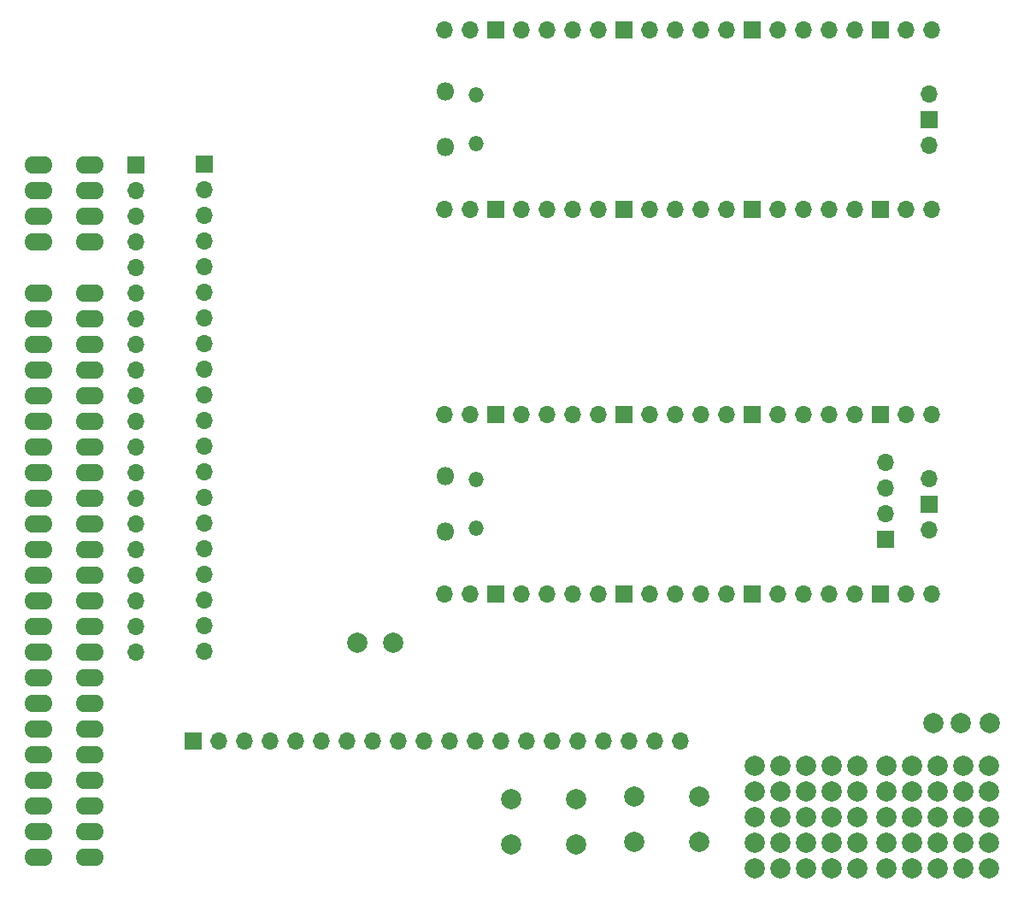
<source format=gts>
%TF.GenerationSoftware,KiCad,Pcbnew,6.0.11-2627ca5db0~126~ubuntu22.04.1*%
%TF.CreationDate,2023-11-30T20:29:01+00:00*%
%TF.ProjectId,zx-spectrum-diagnostics,7a782d73-7065-4637-9472-756d2d646961,1.1*%
%TF.SameCoordinates,Original*%
%TF.FileFunction,Soldermask,Top*%
%TF.FilePolarity,Negative*%
%FSLAX46Y46*%
G04 Gerber Fmt 4.6, Leading zero omitted, Abs format (unit mm)*
G04 Created by KiCad (PCBNEW 6.0.11-2627ca5db0~126~ubuntu22.04.1) date 2023-11-30 20:29:01*
%MOMM*%
%LPD*%
G01*
G04 APERTURE LIST*
%ADD10C,2.000000*%
%ADD11R,1.700000X1.700000*%
%ADD12O,1.700000X1.700000*%
%ADD13O,2.800000X1.727200*%
%ADD14O,1.800000X1.800000*%
%ADD15O,1.500000X1.500000*%
G04 APERTURE END LIST*
D10*
%TO.C,*%
X109220000Y-128778000D03*
%TD*%
%TO.C,*%
X112776000Y-128778000D03*
%TD*%
%TO.C,REF\u002A\u002A17*%
X166690000Y-148640000D03*
%TD*%
%TO.C,REF\u002A\u002A20*%
X148610000Y-151180000D03*
%TD*%
%TO.C,REF\u002A\u002A19*%
X158770000Y-148640000D03*
%TD*%
%TO.C,REF\u002A\u002A*%
X148610000Y-141020000D03*
%TD*%
%TO.C,REF\u002A\u002A10*%
X148610000Y-146100000D03*
%TD*%
%TO.C,REF\u002A\u002A21*%
X151150000Y-151180000D03*
%TD*%
%TO.C,REF\u002A\u002A17*%
X153690000Y-148640000D03*
%TD*%
%TO.C,REF\u002A\u002A1*%
X151150000Y-141020000D03*
%TD*%
%TO.C,REF\u002A\u002A3*%
X169230000Y-141020000D03*
%TD*%
%TO.C,REF\u002A\u002A8*%
X169230000Y-143560000D03*
%TD*%
%TO.C,REF\u002A\u002A21*%
X164150000Y-151180000D03*
%TD*%
%TO.C,REF\u002A\u002A11*%
X164150000Y-146100000D03*
%TD*%
%TO.C,REF\u002A\u002A9*%
X158770000Y-143560000D03*
%TD*%
%TO.C,REF\u002A\u002A6*%
X164150000Y-143560000D03*
%TD*%
%TO.C,REF\u002A\u002A18*%
X156230000Y-148640000D03*
%TD*%
%TO.C,REF\u002A\u002A24*%
X158770000Y-151180000D03*
%TD*%
%TO.C,REF\u002A\u002A12*%
X166690000Y-146100000D03*
%TD*%
%TO.C,REF\u002A\u002A*%
X161610000Y-141020000D03*
%TD*%
%TO.C,*%
X166270000Y-136750000D03*
%TD*%
%TO.C,REF\u002A\u002A13*%
X156230000Y-146100000D03*
%TD*%
%TO.C,REF\u002A\u002A24*%
X171770000Y-151180000D03*
%TD*%
%TO.C,REF\u002A\u002A3*%
X156230000Y-141020000D03*
%TD*%
%TO.C,REF\u002A\u002A22*%
X166690000Y-151180000D03*
%TD*%
%TO.C,REF\u002A\u002A13*%
X169230000Y-146100000D03*
%TD*%
%TO.C,*%
X171850000Y-136810000D03*
%TD*%
%TO.C,REF\u002A\u002A2*%
X166690000Y-141020000D03*
%TD*%
D11*
%TO.C,J101*%
X161544000Y-118608000D03*
D12*
X161544000Y-116068000D03*
X161544000Y-113528000D03*
X161544000Y-110988000D03*
%TD*%
D10*
%TO.C,SW101*%
X143138000Y-148524000D03*
X136638000Y-148524000D03*
X136638000Y-144024000D03*
X143138000Y-144024000D03*
%TD*%
D13*
%TO.C,Z101*%
X82738000Y-81504000D03*
X82738000Y-84044000D03*
X82738000Y-86584000D03*
X82738000Y-89124000D03*
X82738000Y-94204000D03*
X82738000Y-96744000D03*
X82738000Y-99284000D03*
X82738000Y-101824000D03*
X82738000Y-104364000D03*
X82738000Y-106904000D03*
X82738000Y-109444000D03*
X82738000Y-111984000D03*
X82738000Y-114524000D03*
X82738000Y-117064000D03*
X82738000Y-119604000D03*
X82738000Y-122144000D03*
X82738000Y-124684000D03*
X82738000Y-127224000D03*
X82738000Y-129764000D03*
X82738000Y-132304000D03*
X82738000Y-134844000D03*
X82738000Y-137384000D03*
X82738000Y-139924000D03*
X82738000Y-142464000D03*
X82738000Y-145004000D03*
X82738000Y-147544000D03*
X82738000Y-150084000D03*
X77658000Y-81504000D03*
X77658000Y-84044000D03*
X77658000Y-86584000D03*
X77658000Y-89124000D03*
X77658000Y-94204000D03*
X77658000Y-96744000D03*
X77658000Y-99284000D03*
X77658000Y-101824000D03*
X77658000Y-104364000D03*
X77658000Y-106904000D03*
X77658000Y-109444000D03*
X77658000Y-111984000D03*
X77658000Y-114524000D03*
X77658000Y-117064000D03*
X77658000Y-119604000D03*
X77658000Y-122144000D03*
X77658000Y-124684000D03*
X77658000Y-127224000D03*
X77658000Y-129764000D03*
X77658000Y-132304000D03*
X77658000Y-134844000D03*
X77658000Y-137384000D03*
X77658000Y-139924000D03*
X77658000Y-142464000D03*
X77658000Y-145004000D03*
X77658000Y-147544000D03*
X77658000Y-150084000D03*
%TD*%
D10*
%TO.C,REF\u002A\u002A15*%
X161610000Y-148640000D03*
%TD*%
%TO.C,REF\u002A\u002A5*%
X148610000Y-143560000D03*
%TD*%
%TO.C,*%
X169050000Y-136800000D03*
%TD*%
%TO.C,REF\u002A\u002A2*%
X153690000Y-141020000D03*
%TD*%
%TO.C,REF\u002A\u002A6*%
X151150000Y-143560000D03*
%TD*%
%TO.C,REF\u002A\u002A11*%
X151150000Y-146100000D03*
%TD*%
%TO.C,REF\u002A\u002A14*%
X171770000Y-146100000D03*
%TD*%
%TO.C,SW102*%
X130946000Y-148778000D03*
X124446000Y-148778000D03*
X130946000Y-144278000D03*
X124446000Y-144278000D03*
%TD*%
%TO.C,REF\u002A\u002A1*%
X164150000Y-141020000D03*
%TD*%
%TO.C,REF\u002A\u002A16*%
X164150000Y-148640000D03*
%TD*%
%TO.C,REF\u002A\u002A10*%
X161610000Y-146100000D03*
%TD*%
%TO.C,REF\u002A\u002A4*%
X158770000Y-141020000D03*
%TD*%
%TO.C,REF\u002A\u002A20*%
X161610000Y-151180000D03*
%TD*%
%TO.C,REF\u002A\u002A16*%
X151150000Y-148640000D03*
%TD*%
%TO.C,REF\u002A\u002A15*%
X148610000Y-148640000D03*
%TD*%
%TO.C,REF\u002A\u002A14*%
X158770000Y-146100000D03*
%TD*%
%TO.C,REF\u002A\u002A7*%
X166690000Y-143560000D03*
%TD*%
%TO.C,REF\u002A\u002A9*%
X171770000Y-143560000D03*
%TD*%
%TO.C,REF\u002A\u002A12*%
X153690000Y-146100000D03*
%TD*%
%TO.C,REF\u002A\u002A19*%
X171770000Y-148640000D03*
%TD*%
%TO.C,REF\u002A\u002A7*%
X153690000Y-143560000D03*
%TD*%
%TO.C,REF\u002A\u002A23*%
X169230000Y-151180000D03*
%TD*%
%TO.C,REF\u002A\u002A23*%
X156230000Y-151180000D03*
%TD*%
%TO.C,REF\u002A\u002A22*%
X153690000Y-151180000D03*
%TD*%
%TO.C,REF\u002A\u002A4*%
X171770000Y-141020000D03*
%TD*%
%TO.C,REF\u002A\u002A5*%
X161610000Y-143560000D03*
%TD*%
%TO.C,REF\u002A\u002A8*%
X156230000Y-143560000D03*
%TD*%
%TO.C,REF\u002A\u002A18*%
X169230000Y-148640000D03*
%TD*%
D11*
%TO.C,J203*%
X87285000Y-81470000D03*
D12*
X87285000Y-84010000D03*
X87285000Y-86550000D03*
X87285000Y-89090000D03*
X87285000Y-91630000D03*
X87285000Y-94170000D03*
X87285000Y-96710000D03*
X87285000Y-99250000D03*
X87285000Y-101790000D03*
X87285000Y-104330000D03*
X87285000Y-106870000D03*
X87285000Y-109410000D03*
X87285000Y-111950000D03*
X87285000Y-114490000D03*
X87285000Y-117030000D03*
X87285000Y-119570000D03*
X87285000Y-122110000D03*
X87285000Y-124650000D03*
X87285000Y-127190000D03*
X87285000Y-129730000D03*
%TD*%
D11*
%TO.C,J202*%
X92990000Y-138565000D03*
D12*
X95530000Y-138565000D03*
X98070000Y-138565000D03*
X100610000Y-138565000D03*
X103150000Y-138565000D03*
X105690000Y-138565000D03*
X108230000Y-138565000D03*
X110770000Y-138565000D03*
X113310000Y-138565000D03*
X115850000Y-138565000D03*
X118390000Y-138565000D03*
X120930000Y-138565000D03*
X123470000Y-138565000D03*
X126010000Y-138565000D03*
X128550000Y-138565000D03*
X131090000Y-138565000D03*
X133630000Y-138565000D03*
X136170000Y-138565000D03*
X138710000Y-138565000D03*
X141250000Y-138565000D03*
%TD*%
D14*
%TO.C,U102*%
X117986000Y-74237000D03*
D15*
X121016000Y-79387000D03*
X121016000Y-74537000D03*
D14*
X117986000Y-79687000D03*
D12*
X117856000Y-68072000D03*
X120396000Y-68072000D03*
D11*
X122936000Y-68072000D03*
D12*
X125476000Y-68072000D03*
X128016000Y-68072000D03*
X130556000Y-68072000D03*
X133096000Y-68072000D03*
D11*
X135636000Y-68072000D03*
D12*
X138176000Y-68072000D03*
X140716000Y-68072000D03*
X143256000Y-68072000D03*
X145796000Y-68072000D03*
D11*
X148336000Y-68072000D03*
D12*
X150876000Y-68072000D03*
X153416000Y-68072000D03*
X155956000Y-68072000D03*
X158496000Y-68072000D03*
D11*
X161036000Y-68072000D03*
D12*
X163576000Y-68072000D03*
X166116000Y-68072000D03*
X166116000Y-85852000D03*
X163576000Y-85852000D03*
D11*
X161036000Y-85852000D03*
D12*
X158496000Y-85852000D03*
X155956000Y-85852000D03*
X153416000Y-85852000D03*
X150876000Y-85852000D03*
D11*
X148336000Y-85852000D03*
D12*
X145796000Y-85852000D03*
X143256000Y-85852000D03*
X140716000Y-85852000D03*
X138176000Y-85852000D03*
D11*
X135636000Y-85852000D03*
D12*
X133096000Y-85852000D03*
X130556000Y-85852000D03*
X128016000Y-85852000D03*
X125476000Y-85852000D03*
D11*
X122936000Y-85852000D03*
D12*
X120396000Y-85852000D03*
X117856000Y-85852000D03*
X165886000Y-74422000D03*
D11*
X165886000Y-76962000D03*
D12*
X165886000Y-79502000D03*
%TD*%
D14*
%TO.C,U101*%
X117986000Y-112337000D03*
D15*
X121016000Y-117487000D03*
X121016000Y-112637000D03*
D14*
X117986000Y-117787000D03*
D12*
X117856000Y-106172000D03*
X120396000Y-106172000D03*
D11*
X122936000Y-106172000D03*
D12*
X125476000Y-106172000D03*
X128016000Y-106172000D03*
X130556000Y-106172000D03*
X133096000Y-106172000D03*
D11*
X135636000Y-106172000D03*
D12*
X138176000Y-106172000D03*
X140716000Y-106172000D03*
X143256000Y-106172000D03*
X145796000Y-106172000D03*
D11*
X148336000Y-106172000D03*
D12*
X150876000Y-106172000D03*
X153416000Y-106172000D03*
X155956000Y-106172000D03*
X158496000Y-106172000D03*
D11*
X161036000Y-106172000D03*
D12*
X163576000Y-106172000D03*
X166116000Y-106172000D03*
X166116000Y-123952000D03*
X163576000Y-123952000D03*
D11*
X161036000Y-123952000D03*
D12*
X158496000Y-123952000D03*
X155956000Y-123952000D03*
X153416000Y-123952000D03*
X150876000Y-123952000D03*
D11*
X148336000Y-123952000D03*
D12*
X145796000Y-123952000D03*
X143256000Y-123952000D03*
X140716000Y-123952000D03*
X138176000Y-123952000D03*
D11*
X135636000Y-123952000D03*
D12*
X133096000Y-123952000D03*
X130556000Y-123952000D03*
X128016000Y-123952000D03*
X125476000Y-123952000D03*
D11*
X122936000Y-123952000D03*
D12*
X120396000Y-123952000D03*
X117856000Y-123952000D03*
X165886000Y-112522000D03*
D11*
X165886000Y-115062000D03*
D12*
X165886000Y-117602000D03*
%TD*%
D11*
%TO.C,J201*%
X94090000Y-81430000D03*
D12*
X94090000Y-83970000D03*
X94090000Y-86510000D03*
X94090000Y-89050000D03*
X94090000Y-91590000D03*
X94090000Y-94130000D03*
X94090000Y-96670000D03*
X94090000Y-99210000D03*
X94090000Y-101750000D03*
X94090000Y-104290000D03*
X94090000Y-106830000D03*
X94090000Y-109370000D03*
X94090000Y-111910000D03*
X94090000Y-114450000D03*
X94090000Y-116990000D03*
X94090000Y-119530000D03*
X94090000Y-122070000D03*
X94090000Y-124610000D03*
X94090000Y-127150000D03*
X94090000Y-129690000D03*
%TD*%
M02*

</source>
